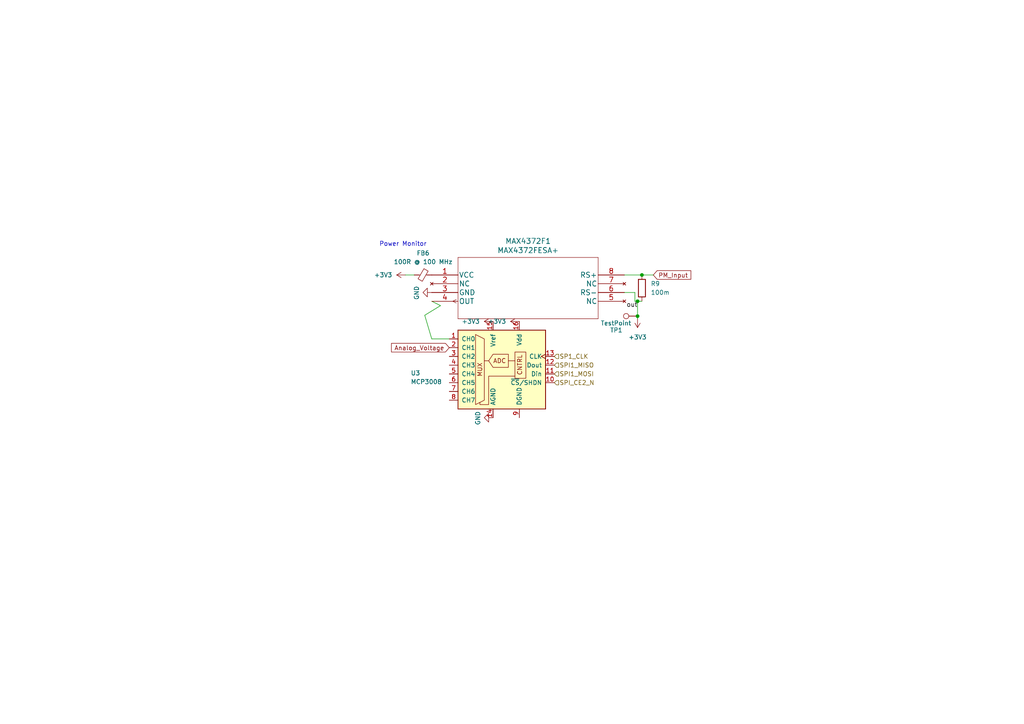
<source format=kicad_sch>
(kicad_sch (version 20211123) (generator eeschema)
  (paper "A4")
  (lib_symbols
    (symbol "Analog_ADC:MCP3008" (pin_names (offset 1.016))
      (property "Reference" "U" (at -5.08 13.335 0))
      (property "Value" "MCP3008" (at -5.08 11.43 0))
      (symbol "MCP3008_0_0"
        (text "ADC" (at -0.635 1.27 0) (effects (font (size 1.27 1.27))))
        (text "CNTRL" (at 5.969 -2.921 900) (effects (font (size 1.27 1.27)) (justify left bottom)))
        (text "MUX" (at -6.35 -1.27 900) (effects (font (size 1.27 1.27))))
      )
      (symbol "MCP3008_0_1"
        (polyline (pts (xy -3.81 1.27) (xy -5.08 1.27)))
        (polyline (pts (xy 1.905 1.27) (xy 3.81 1.27)))
        (polyline (pts (xy -7.62 8.89) (xy -7.62 -11.43) (xy -5.08 -10.16) (xy -5.08 7.62) (xy -7.62 8.89)))
        (polyline (pts (xy 3.81 -3.175) (xy -3.81 -3.175) (xy -3.81 -11.43) (xy -6.35 -11.43) (xy -6.35 -10.795)))
        (polyline (pts (xy 1.905 3.175) (xy 1.905 -0.635) (xy -2.54 -0.635) (xy -3.81 1.27) (xy -2.54 3.175) (xy 1.905 3.175)))
        (rectangle (start 3.81 -3.81) (end 6.985 3.81))
        (rectangle (start 12.7 -12.7) (end -12.7 10.16) (stroke (width 0.254)) (fill (type background)))
      )
      (symbol "MCP3008_1_1"
        (pin input line (at -15.24 7.62 0) (length 2.54) (name "CH0") (number "1"))
        (pin input line (at 15.24 -5.08 180) (length 2.54) (name "~{CS}/SHDN") (number "10"))
        (pin input line (at 15.24 -2.54 180) (length 2.54) (name "Din") (number "11"))
        (pin output line (at 15.24 0 180) (length 2.54) (name "Dout") (number "12"))
        (pin input clock (at 15.24 2.54 180) (length 2.54) (name "CLK") (number "13"))
        (pin power_in line (at -2.54 -15.24 90) (length 2.54) (name "AGND") (number "14"))
        (pin power_in line (at -2.54 12.7 270) (length 2.54) (name "Vref") (number "15"))
        (pin power_in line (at 5.08 12.7 270) (length 2.54) (name "Vdd") (number "16"))
        (pin input line (at -15.24 5.08 0) (length 2.54) (name "CH1") (number "2"))
        (pin input line (at -15.24 2.54 0) (length 2.54) (name "CH2") (number "3"))
        (pin input line (at -15.24 0 0) (length 2.54) (name "CH3") (number "4"))
        (pin input line (at -15.24 -2.54 0) (length 2.54) (name "CH4") (number "5"))
        (pin input line (at -15.24 -5.08 0) (length 2.54) (name "CH5") (number "6"))
        (pin input line (at -15.24 -7.62 0) (length 2.54) (name "CH6") (number "7"))
        (pin input line (at -15.24 -10.16 0) (length 2.54) (name "CH7") (number "8"))
        (pin power_in line (at 5.08 -15.24 90) (length 2.54) (name "DGND") (number "9"))
      )
    )
    (symbol "Connector:TestPoint" (pin_numbers hide) (pin_names (offset 0.762) hide)
      (property "Reference" "TP" (at 0 6.858 0))
      (property "Value" "TestPoint" (at 0 5.08 0))
      (symbol "TestPoint_0_1"
        (circle (center 0 3.302) (radius 0.762))
      )
      (symbol "TestPoint_1_1"
        (pin passive line (at 0 0 90) (length 2.54) (name "1") (number "1"))
      )
    )
    (symbol "Device:FerriteBead_Small" (pin_numbers hide) (pin_names (offset 0))
      (property "Reference" "FB" (at 1.905 1.27 0))
      (property "Value" "FerriteBead_Small" (at 1.905 -1.27 0))
      (symbol "FerriteBead_Small_0_1"
        (polyline (pts (xy 0 -1.27) (xy 0 -0.7874)))
        (polyline (pts (xy 0 0.889) (xy 0 1.2954)))
        (polyline (pts (xy -1.8288 0.2794) (xy -1.1176 1.4986) (xy 1.8288 -0.2032) (xy 1.1176 -1.4224) (xy -1.8288 0.2794)))
      )
      (symbol "FerriteBead_Small_1_1"
        (pin passive line (at 0 2.54 270) (length 1.27) (name "~") (number "1"))
        (pin passive line (at 0 -2.54 90) (length 1.27) (name "~") (number "2"))
      )
    )
    (symbol "Device:R" (pin_numbers hide) (pin_names (offset 0))
      (property "Reference" "R" (at 2.032 0 90))
      (property "Value" "R" (at 0 0 90))
      (symbol "R_0_1"
        (rectangle (start -1.016 -2.54) (end 1.016 2.54) (stroke (width 0.254)))
      )
      (symbol "R_1_1"
        (pin passive line (at 0 3.81 270) (length 1.27) (name "~") (number "1"))
        (pin passive line (at 0 -3.81 90) (length 1.27) (name "~") (number "2"))
      )
    )
    (symbol "Imported_OBC_Library:+3.3V" (power) (pin_names (offset 0))
      (property "Value" "+3.3V" (at 0 3.556 0))
      (symbol "+3.3V_0_1"
        (polyline (pts (xy -0.762 1.27) (xy 0 2.54)))
        (polyline (pts (xy 0 0) (xy 0 2.54)))
        (polyline (pts (xy 0 2.54) (xy 0.762 1.27)))
      )
      (symbol "+3.3V_1_1"
        (pin power_in line (at 0 0 90) (length 0) hide (name "+3V3") (number "1"))
      )
    )
    (symbol "STM32_Breakout-rescue:MAX4372FESA+-MAX4372FESA+" (pin_names (offset 0.254))
      (property "Reference" "U" (at 27.94 10.16 0))
      (property "Value" "MAX4372FESA+-MAX4372FESA+" (at 27.94 7.62 0))
      (symbol "MAX4372FESA+-MAX4372FESA+_1_1"
        (polyline (pts (xy 7.112 -8.128) (xy 6.0452 -7.62)) (stroke (width 0.127)))
        (polyline (pts (xy 7.112 -7.112) (xy 6.0452 -7.62)) (stroke (width 0.127)))
        (polyline (pts (xy 7.62 -12.7) (xy 48.26 -12.7)) (stroke (width 0.127)))
        (polyline (pts (xy 7.62 5.08) (xy 7.62 -12.7)) (stroke (width 0.127)))
        (polyline (pts (xy 48.26 -12.7) (xy 48.26 5.08)) (stroke (width 0.127)))
        (polyline (pts (xy 48.26 5.08) (xy 7.62 5.08)) (stroke (width 0.127)))
        (pin power_in line (at 0 0 0) (length 7.62) (name "VCC") (number "1"))
        (pin no_connect line (at 0 -2.54 0) (length 7.62) (name "NC") (number "2"))
        (pin power_in line (at 0 -5.08 0) (length 7.62) (name "GND") (number "3"))
        (pin output line (at 0 -7.62 0) (length 7.62) (name "OUT") (number "4"))
        (pin no_connect line (at 55.88 -7.62 180) (length 7.62) (name "NC") (number "5"))
        (pin unspecified line (at 55.88 -5.08 180) (length 7.62) (name "RS-") (number "6"))
        (pin no_connect line (at 55.88 -2.54 180) (length 7.62) (name "NC") (number "7"))
        (pin unspecified line (at 55.88 0 180) (length 7.62) (name "RS+") (number "8"))
      )
    )
    (symbol "power:GND" (power) (pin_names (offset 0))
      (property "Value" "GND" (at 0 -3.81 0))
      (symbol "GND_0_1"
        (polyline (pts (xy 0 0) (xy 0 -1.27) (xy 1.27 -1.27) (xy 0 -2.54) (xy -1.27 -1.27) (xy 0 -1.27)))
      )
      (symbol "GND_1_1"
        (pin power_in line (at 0 0 270) (length 0) hide (name "GND") (number "1"))
      )
    )
  )
  (junction (at 184.912 91.694))
  (junction (at 186.182 79.756))
  (junction (at 184.912 87.376))
  (wire (pts (xy 181.102 79.756) (xy 186.182 79.756)))
  (wire (pts (xy 127.762 88.646) (xy 125.222 87.376)))
  (wire (pts (xy 181.102 84.836) (xy 184.15 84.836)))
  (wire (pts (xy 184.15 84.836) (xy 184.15 87.376)))
  (wire (pts (xy 125.222 98.298) (xy 130.302 98.298)))
  (wire (pts (xy 184.912 91.694) (xy 184.912 92.456)))
  (wire (pts (xy 123.19 91.44) (xy 125.222 98.298)))
  (wire (pts (xy 184.912 87.376) (xy 186.182 87.376)))
  (wire (pts (xy 184.15 87.376) (xy 184.912 87.376)))
  (wire (pts (xy 184.912 87.376) (xy 184.912 91.694)))
  (wire (pts (xy 189.484 79.756) (xy 186.182 79.756)))
  (wire (pts (xy 123.19 91.44) (xy 127.762 88.646)))
  (wire (pts (xy 120.142 79.756) (xy 117.602 79.756)))
  (text "Power Monitor" (at 109.982 71.628 0) (effects (font (size 1.27 1.27)) (justify left bottom)))
  (label "out" (at 184.912 89.408 180))
  (global_label "Analog_Voltage" (shape input) (at 130.302 100.838 180) (property "Intersheet References" "${INTERSHEET_REFS}" (effects hide)))
  (global_label "PM_Input" (shape input) (at 189.484 79.756 0) (property "Intersheet References" "${INTERSHEET_REFS}" (effects hide)))
  (hierarchical_label "SPI1_MISO" (shape input) (at 160.782 105.918 0))
  (hierarchical_label "SPI_CE2_N" (shape input) (at 160.782 110.998 0))
  (hierarchical_label "SP1_CLK" (shape input) (at 160.782 103.378 0))
  (hierarchical_label "SPI1_MOSI" (shape input) (at 160.782 108.458 0))
  (symbol (lib_id "Imported_OBC_Library:+3.3V") (at 143.002 93.218 90) (unit 1)
    (property "Reference" "#PWR0118" (effects hide))
    (property "Value" "+3.3V" (at 139.192 93.2179 90) (effects (justify left)))
  )
  (symbol (lib_id "power:GND") (at 125.222 84.836 270) (unit 1)
    (property "Reference" "#PWR0140" (effects hide))
    (property "Value" "GND" (at 120.8278 84.963 0))
  )
  (symbol (lib_id "STM32_Breakout-rescue:MAX4372FESA+-MAX4372FESA+") (at 125.222 79.756 0) (unit 1)
    (property "Reference" "MAX4372F1" (at 153.162 69.9262 0) (effects (font (size 1.524 1.524))))
    (property "Value" "MAX4372FESA+" (at 153.162 72.6186 0) (effects (font (size 1.524 1.524))))
    (property "Footprint" "Daughterboard_footprints:Maxim-MAX4372FESA+-Level_A" (effects hide))
  )
  (symbol (lib_id "Device:FerriteBead_Small") (at 122.682 79.756 270) (unit 1)
    (property "Reference" "FB6" (at 122.7201 73.406 90))
    (property "Value" "100R @ 100 MHz" (at 122.7201 75.946 90))
    (property "Footprint" "Daughterboard_footprints:BEADC1608X75N" (effects hide))
  )
  (symbol (lib_id "Imported_OBC_Library:+3.3V") (at 117.602 79.756 90) (unit 1)
    (property "Reference" "#PWR0116" (effects hide))
    (property "Value" "+3.3V" (at 113.792 79.7559 90) (effects (justify left)))
  )
  (symbol (lib_id "Imported_OBC_Library:+3.3V") (at 150.622 93.218 90) (unit 1)
    (property "Reference" "#PWR0117" (effects hide))
    (property "Value" "+3.3V" (at 146.812 93.2179 90) (effects (justify left)))
  )
  (symbol (lib_id "Analog_ADC:MCP3008") (at 145.542 105.918 0) (unit 1)
    (property "Reference" "U3" (at 119.126 108.204 0) (effects (justify left)))
    (property "Value" "MCP3008" (at 119.126 110.744 0) (effects (justify left)))
    (property "Footprint" "Daughterboard_footprints:Microchip-MCP3008-I_P-Manufacturer_Recommended" (effects hide))
    (property "Datasheet" "http://ww1.microchip.com/downloads/en/DeviceDoc/21295d.pdf" (effects hide))
  )
  (symbol (lib_id "Device:R") (at 186.182 83.566 0) (unit 1)
    (property "Reference" "R9" (at 188.722 82.2959 0) (effects (justify left)))
    (property "Value" "100m" (at 188.722 84.8359 0) (effects (justify left)))
    (property "Footprint" "Resistor_SMD:R_0201_0603Metric" (effects hide))
  )
  (symbol (lib_id "Imported_OBC_Library:+3.3V") (at 184.912 92.456 0) (mirror x) (unit 1)
    (property "Reference" "#PWR0115" (effects hide))
    (property "Value" "+3.3V" (at 184.912 97.79 0))
  )
  (symbol (lib_id "power:GND") (at 143.002 121.158 270) (unit 1)
    (property "Reference" "#PWR0119" (effects hide))
    (property "Value" "GND" (at 138.6078 121.285 0))
  )
  (symbol (lib_id "Connector:TestPoint") (at 184.912 91.694 90) (unit 1)
    (property "Reference" "TP1" (at 180.594 95.758 90) (effects (justify left)))
    (property "Value" "TestPoint" (at 183.134 93.726 90) (effects (justify left)))
    (property "Footprint" "TestPoint:TestPoint_2Pads_Pitch2.54mm_Drill0.8mm" (effects hide))
  )
)
</source>
